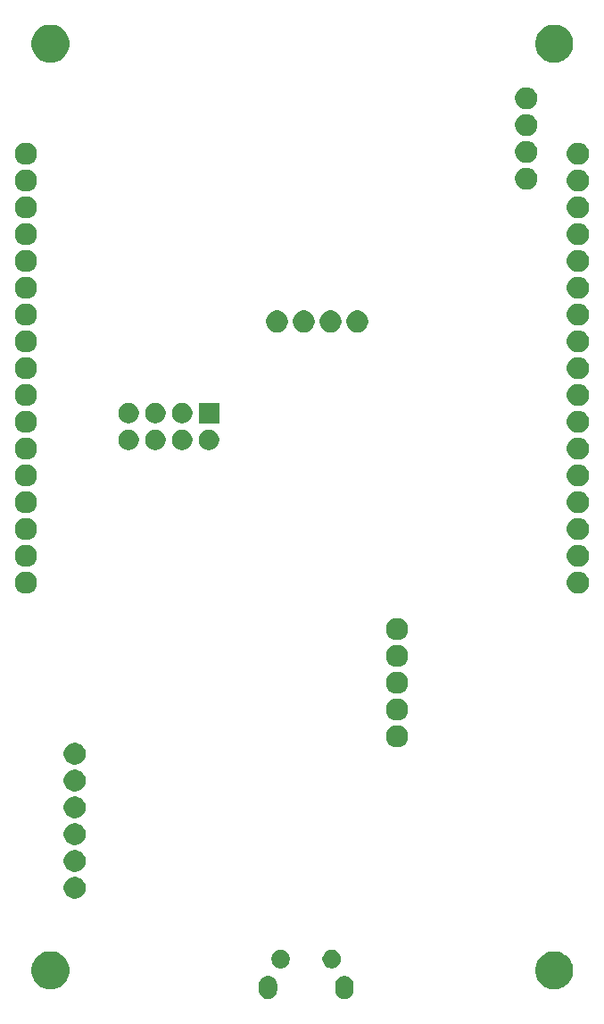
<source format=gbr>
G04 #@! TF.GenerationSoftware,KiCad,Pcbnew,6.0.0-rc1-unknown-ebb74fc~66~ubuntu18.04.1*
G04 #@! TF.CreationDate,2018-09-19T18:27:30+02:00*
G04 #@! TF.ProjectId,esp32-gateway,65737033322D676174657761792E6B69,v3*
G04 #@! TF.SameCoordinates,Original*
G04 #@! TF.FileFunction,Soldermask,Bot*
G04 #@! TF.FilePolarity,Negative*
%FSLAX46Y46*%
G04 Gerber Fmt 4.6, Leading zero omitted, Abs format (unit mm)*
G04 Created by KiCad (PCBNEW 6.0.0-rc1-unknown-ebb74fc~66~ubuntu18.04.1) date Wed Sep 19 18:27:30 2018*
%MOMM*%
%LPD*%
G01*
G04 APERTURE LIST*
%ADD10C,0.100000*%
G04 APERTURE END LIST*
D10*
G36*
X139411529Y-156942661D02*
X139533550Y-156979676D01*
X139576471Y-156992696D01*
X139728472Y-157073942D01*
X139728473Y-157073943D01*
X139728475Y-157073944D01*
X139861712Y-157183288D01*
X139971056Y-157316524D01*
X140025222Y-157417863D01*
X140052305Y-157468531D01*
X140068983Y-157523511D01*
X140102339Y-157633470D01*
X140115000Y-157762021D01*
X140115000Y-158297978D01*
X140102339Y-158426530D01*
X140064814Y-158550233D01*
X140052305Y-158591469D01*
X140025222Y-158642137D01*
X139971056Y-158743476D01*
X139861712Y-158876712D01*
X139728476Y-158986056D01*
X139627137Y-159040222D01*
X139576469Y-159067305D01*
X139521489Y-159083983D01*
X139411530Y-159117339D01*
X139240000Y-159134233D01*
X139068471Y-159117339D01*
X138958512Y-159083983D01*
X138903532Y-159067305D01*
X138852864Y-159040222D01*
X138751525Y-158986056D01*
X138618289Y-158876712D01*
X138508944Y-158743476D01*
X138444376Y-158622676D01*
X138427695Y-158591469D01*
X138411017Y-158536489D01*
X138377661Y-158426530D01*
X138365000Y-158297979D01*
X138365000Y-157762022D01*
X138377661Y-157633471D01*
X138427695Y-157468533D01*
X138427696Y-157468529D01*
X138508942Y-157316528D01*
X138508943Y-157316527D01*
X138508944Y-157316525D01*
X138618288Y-157183288D01*
X138751524Y-157073944D01*
X138852863Y-157019778D01*
X138903531Y-156992695D01*
X138958511Y-156976017D01*
X139068470Y-156942661D01*
X139240000Y-156925767D01*
X139411529Y-156942661D01*
X139411529Y-156942661D01*
G37*
G36*
X146661529Y-156942661D02*
X146783550Y-156979676D01*
X146826471Y-156992696D01*
X146978472Y-157073942D01*
X146978473Y-157073943D01*
X146978475Y-157073944D01*
X147111712Y-157183288D01*
X147221056Y-157316524D01*
X147275222Y-157417863D01*
X147302305Y-157468531D01*
X147318983Y-157523511D01*
X147352339Y-157633470D01*
X147365000Y-157762021D01*
X147365000Y-158297978D01*
X147352339Y-158426530D01*
X147314814Y-158550233D01*
X147302305Y-158591469D01*
X147275222Y-158642137D01*
X147221056Y-158743476D01*
X147111712Y-158876712D01*
X146978476Y-158986056D01*
X146877137Y-159040222D01*
X146826469Y-159067305D01*
X146771489Y-159083983D01*
X146661530Y-159117339D01*
X146490000Y-159134233D01*
X146318471Y-159117339D01*
X146208512Y-159083983D01*
X146153532Y-159067305D01*
X146102864Y-159040222D01*
X146001525Y-158986056D01*
X145868289Y-158876712D01*
X145758944Y-158743476D01*
X145694376Y-158622676D01*
X145677695Y-158591469D01*
X145661017Y-158536489D01*
X145627661Y-158426530D01*
X145615000Y-158297979D01*
X145615000Y-157762022D01*
X145627661Y-157633471D01*
X145677695Y-157468533D01*
X145677696Y-157468529D01*
X145758942Y-157316528D01*
X145758943Y-157316527D01*
X145758944Y-157316525D01*
X145868288Y-157183288D01*
X146001524Y-157073944D01*
X146102863Y-157019778D01*
X146153531Y-156992695D01*
X146208511Y-156976017D01*
X146318470Y-156942661D01*
X146490000Y-156925767D01*
X146661529Y-156942661D01*
X146661529Y-156942661D01*
G37*
G36*
X166809122Y-154646115D02*
X166925041Y-154669173D01*
X167252620Y-154804861D01*
X167448183Y-154935532D01*
X167547436Y-155001851D01*
X167798149Y-155252564D01*
X167995140Y-155547382D01*
X168034881Y-155643326D01*
X168130827Y-155874959D01*
X168200000Y-156222716D01*
X168200000Y-156577284D01*
X168130827Y-156925041D01*
X167995139Y-157252620D01*
X167952439Y-157316525D01*
X167798149Y-157547436D01*
X167547436Y-157798149D01*
X167547433Y-157798151D01*
X167252620Y-157995139D01*
X166925041Y-158130827D01*
X166809122Y-158153885D01*
X166577286Y-158200000D01*
X166222714Y-158200000D01*
X165990878Y-158153885D01*
X165874959Y-158130827D01*
X165547380Y-157995139D01*
X165252567Y-157798151D01*
X165252564Y-157798149D01*
X165001851Y-157547436D01*
X164847561Y-157316525D01*
X164804861Y-157252620D01*
X164669173Y-156925041D01*
X164600000Y-156577284D01*
X164600000Y-156222716D01*
X164669173Y-155874959D01*
X164765119Y-155643326D01*
X164804860Y-155547382D01*
X165001851Y-155252564D01*
X165252564Y-155001851D01*
X165351817Y-154935532D01*
X165547380Y-154804861D01*
X165874959Y-154669173D01*
X165990878Y-154646115D01*
X166222714Y-154600000D01*
X166577286Y-154600000D01*
X166809122Y-154646115D01*
X166809122Y-154646115D01*
G37*
G36*
X119009122Y-154646115D02*
X119125041Y-154669173D01*
X119452620Y-154804861D01*
X119648183Y-154935532D01*
X119747436Y-155001851D01*
X119998149Y-155252564D01*
X120195140Y-155547382D01*
X120234881Y-155643326D01*
X120330827Y-155874959D01*
X120400000Y-156222716D01*
X120400000Y-156577284D01*
X120330827Y-156925041D01*
X120195139Y-157252620D01*
X120152439Y-157316525D01*
X119998149Y-157547436D01*
X119747436Y-157798149D01*
X119747433Y-157798151D01*
X119452620Y-157995139D01*
X119125041Y-158130827D01*
X119009122Y-158153885D01*
X118777286Y-158200000D01*
X118422714Y-158200000D01*
X118190878Y-158153885D01*
X118074959Y-158130827D01*
X117747380Y-157995139D01*
X117452567Y-157798151D01*
X117452564Y-157798149D01*
X117201851Y-157547436D01*
X117047561Y-157316525D01*
X117004861Y-157252620D01*
X116869173Y-156925041D01*
X116800000Y-156577284D01*
X116800000Y-156222716D01*
X116869173Y-155874959D01*
X116965119Y-155643326D01*
X117004860Y-155547382D01*
X117201851Y-155252564D01*
X117452564Y-155001851D01*
X117551817Y-154935532D01*
X117747380Y-154804861D01*
X118074959Y-154669173D01*
X118190878Y-154646115D01*
X118422714Y-154600000D01*
X118777286Y-154600000D01*
X119009122Y-154646115D01*
X119009122Y-154646115D01*
G37*
G36*
X145545228Y-154508625D02*
X145704467Y-154574584D01*
X145847783Y-154670345D01*
X145969655Y-154792217D01*
X146065416Y-154935533D01*
X146131375Y-155094772D01*
X146165000Y-155263819D01*
X146165000Y-155436181D01*
X146131375Y-155605228D01*
X146065416Y-155764467D01*
X145969655Y-155907783D01*
X145847783Y-156029655D01*
X145704467Y-156125416D01*
X145545228Y-156191375D01*
X145376181Y-156225000D01*
X145203819Y-156225000D01*
X145034772Y-156191375D01*
X144875533Y-156125416D01*
X144732217Y-156029655D01*
X144610345Y-155907783D01*
X144514584Y-155764467D01*
X144448625Y-155605228D01*
X144415000Y-155436181D01*
X144415000Y-155263819D01*
X144448625Y-155094772D01*
X144514584Y-154935533D01*
X144610345Y-154792217D01*
X144732217Y-154670345D01*
X144875533Y-154574584D01*
X145034772Y-154508625D01*
X145203819Y-154475000D01*
X145376181Y-154475000D01*
X145545228Y-154508625D01*
X145545228Y-154508625D01*
G37*
G36*
X140695228Y-154508625D02*
X140854467Y-154574584D01*
X140997783Y-154670345D01*
X141119655Y-154792217D01*
X141215416Y-154935533D01*
X141281375Y-155094772D01*
X141315000Y-155263819D01*
X141315000Y-155436181D01*
X141281375Y-155605228D01*
X141215416Y-155764467D01*
X141119655Y-155907783D01*
X140997783Y-156029655D01*
X140854467Y-156125416D01*
X140695228Y-156191375D01*
X140526181Y-156225000D01*
X140353819Y-156225000D01*
X140184772Y-156191375D01*
X140025533Y-156125416D01*
X139882217Y-156029655D01*
X139760345Y-155907783D01*
X139664584Y-155764467D01*
X139598625Y-155605228D01*
X139565000Y-155436181D01*
X139565000Y-155263819D01*
X139598625Y-155094772D01*
X139664584Y-154935533D01*
X139760345Y-154792217D01*
X139882217Y-154670345D01*
X140025533Y-154574584D01*
X140184772Y-154508625D01*
X140353819Y-154475000D01*
X140526181Y-154475000D01*
X140695228Y-154508625D01*
X140695228Y-154508625D01*
G37*
G36*
X121207765Y-147588620D02*
X121397289Y-147667123D01*
X121567855Y-147781092D01*
X121712908Y-147926145D01*
X121826877Y-148096711D01*
X121905380Y-148286235D01*
X121945400Y-148487430D01*
X121945400Y-148692570D01*
X121905380Y-148893765D01*
X121826877Y-149083289D01*
X121712908Y-149253855D01*
X121567855Y-149398908D01*
X121397289Y-149512877D01*
X121207765Y-149591380D01*
X121006570Y-149631400D01*
X120801430Y-149631400D01*
X120600235Y-149591380D01*
X120410711Y-149512877D01*
X120240145Y-149398908D01*
X120095092Y-149253855D01*
X119981123Y-149083289D01*
X119902620Y-148893765D01*
X119862600Y-148692570D01*
X119862600Y-148487430D01*
X119902620Y-148286235D01*
X119981123Y-148096711D01*
X120095092Y-147926145D01*
X120240145Y-147781092D01*
X120410711Y-147667123D01*
X120600235Y-147588620D01*
X120801430Y-147548600D01*
X121006570Y-147548600D01*
X121207765Y-147588620D01*
X121207765Y-147588620D01*
G37*
G36*
X121207765Y-145048620D02*
X121397289Y-145127123D01*
X121567855Y-145241092D01*
X121712908Y-145386145D01*
X121826877Y-145556711D01*
X121905380Y-145746235D01*
X121945400Y-145947430D01*
X121945400Y-146152570D01*
X121905380Y-146353765D01*
X121826877Y-146543289D01*
X121712908Y-146713855D01*
X121567855Y-146858908D01*
X121397289Y-146972877D01*
X121207765Y-147051380D01*
X121006570Y-147091400D01*
X120801430Y-147091400D01*
X120600235Y-147051380D01*
X120410711Y-146972877D01*
X120240145Y-146858908D01*
X120095092Y-146713855D01*
X119981123Y-146543289D01*
X119902620Y-146353765D01*
X119862600Y-146152570D01*
X119862600Y-145947430D01*
X119902620Y-145746235D01*
X119981123Y-145556711D01*
X120095092Y-145386145D01*
X120240145Y-145241092D01*
X120410711Y-145127123D01*
X120600235Y-145048620D01*
X120801430Y-145008600D01*
X121006570Y-145008600D01*
X121207765Y-145048620D01*
X121207765Y-145048620D01*
G37*
G36*
X121207765Y-142508620D02*
X121397289Y-142587123D01*
X121567855Y-142701092D01*
X121712908Y-142846145D01*
X121826877Y-143016711D01*
X121905380Y-143206235D01*
X121945400Y-143407430D01*
X121945400Y-143612570D01*
X121905380Y-143813765D01*
X121826877Y-144003289D01*
X121712908Y-144173855D01*
X121567855Y-144318908D01*
X121397289Y-144432877D01*
X121207765Y-144511380D01*
X121006570Y-144551400D01*
X120801430Y-144551400D01*
X120600235Y-144511380D01*
X120410711Y-144432877D01*
X120240145Y-144318908D01*
X120095092Y-144173855D01*
X119981123Y-144003289D01*
X119902620Y-143813765D01*
X119862600Y-143612570D01*
X119862600Y-143407430D01*
X119902620Y-143206235D01*
X119981123Y-143016711D01*
X120095092Y-142846145D01*
X120240145Y-142701092D01*
X120410711Y-142587123D01*
X120600235Y-142508620D01*
X120801430Y-142468600D01*
X121006570Y-142468600D01*
X121207765Y-142508620D01*
X121207765Y-142508620D01*
G37*
G36*
X121207765Y-139968620D02*
X121397289Y-140047123D01*
X121567855Y-140161092D01*
X121712908Y-140306145D01*
X121826877Y-140476711D01*
X121905380Y-140666235D01*
X121945400Y-140867430D01*
X121945400Y-141072570D01*
X121905380Y-141273765D01*
X121826877Y-141463289D01*
X121712908Y-141633855D01*
X121567855Y-141778908D01*
X121397289Y-141892877D01*
X121207765Y-141971380D01*
X121006570Y-142011400D01*
X120801430Y-142011400D01*
X120600235Y-141971380D01*
X120410711Y-141892877D01*
X120240145Y-141778908D01*
X120095092Y-141633855D01*
X119981123Y-141463289D01*
X119902620Y-141273765D01*
X119862600Y-141072570D01*
X119862600Y-140867430D01*
X119902620Y-140666235D01*
X119981123Y-140476711D01*
X120095092Y-140306145D01*
X120240145Y-140161092D01*
X120410711Y-140047123D01*
X120600235Y-139968620D01*
X120801430Y-139928600D01*
X121006570Y-139928600D01*
X121207765Y-139968620D01*
X121207765Y-139968620D01*
G37*
G36*
X121207765Y-137428620D02*
X121397289Y-137507123D01*
X121567855Y-137621092D01*
X121712908Y-137766145D01*
X121826877Y-137936711D01*
X121905380Y-138126235D01*
X121945400Y-138327430D01*
X121945400Y-138532570D01*
X121905380Y-138733765D01*
X121826877Y-138923289D01*
X121712908Y-139093855D01*
X121567855Y-139238908D01*
X121397289Y-139352877D01*
X121207765Y-139431380D01*
X121006570Y-139471400D01*
X120801430Y-139471400D01*
X120600235Y-139431380D01*
X120410711Y-139352877D01*
X120240145Y-139238908D01*
X120095092Y-139093855D01*
X119981123Y-138923289D01*
X119902620Y-138733765D01*
X119862600Y-138532570D01*
X119862600Y-138327430D01*
X119902620Y-138126235D01*
X119981123Y-137936711D01*
X120095092Y-137766145D01*
X120240145Y-137621092D01*
X120410711Y-137507123D01*
X120600235Y-137428620D01*
X120801430Y-137388600D01*
X121006570Y-137388600D01*
X121207765Y-137428620D01*
X121207765Y-137428620D01*
G37*
G36*
X121207765Y-134888620D02*
X121397289Y-134967123D01*
X121567855Y-135081092D01*
X121712908Y-135226145D01*
X121826877Y-135396711D01*
X121905380Y-135586235D01*
X121945400Y-135787430D01*
X121945400Y-135992570D01*
X121905380Y-136193765D01*
X121826877Y-136383289D01*
X121712908Y-136553855D01*
X121567855Y-136698908D01*
X121397289Y-136812877D01*
X121207765Y-136891380D01*
X121006570Y-136931400D01*
X120801430Y-136931400D01*
X120600235Y-136891380D01*
X120410711Y-136812877D01*
X120240145Y-136698908D01*
X120095092Y-136553855D01*
X119981123Y-136383289D01*
X119902620Y-136193765D01*
X119862600Y-135992570D01*
X119862600Y-135787430D01*
X119902620Y-135586235D01*
X119981123Y-135396711D01*
X120095092Y-135226145D01*
X120240145Y-135081092D01*
X120410711Y-134967123D01*
X120600235Y-134888620D01*
X120801430Y-134848600D01*
X121006570Y-134848600D01*
X121207765Y-134888620D01*
X121207765Y-134888620D01*
G37*
G36*
X151793765Y-133228620D02*
X151983289Y-133307123D01*
X152153855Y-133421092D01*
X152298908Y-133566145D01*
X152412877Y-133736711D01*
X152491380Y-133926235D01*
X152531400Y-134127430D01*
X152531400Y-134332570D01*
X152491380Y-134533765D01*
X152412877Y-134723289D01*
X152298908Y-134893855D01*
X152153855Y-135038908D01*
X151983289Y-135152877D01*
X151793765Y-135231380D01*
X151592570Y-135271400D01*
X151387430Y-135271400D01*
X151186235Y-135231380D01*
X150996711Y-135152877D01*
X150826145Y-135038908D01*
X150681092Y-134893855D01*
X150567123Y-134723289D01*
X150488620Y-134533765D01*
X150448600Y-134332570D01*
X150448600Y-134127430D01*
X150488620Y-133926235D01*
X150567123Y-133736711D01*
X150681092Y-133566145D01*
X150826145Y-133421092D01*
X150996711Y-133307123D01*
X151186235Y-133228620D01*
X151387430Y-133188600D01*
X151592570Y-133188600D01*
X151793765Y-133228620D01*
X151793765Y-133228620D01*
G37*
G36*
X151793765Y-130688620D02*
X151983289Y-130767123D01*
X152153855Y-130881092D01*
X152298908Y-131026145D01*
X152412877Y-131196711D01*
X152491380Y-131386235D01*
X152531400Y-131587430D01*
X152531400Y-131792570D01*
X152491380Y-131993765D01*
X152412877Y-132183289D01*
X152298908Y-132353855D01*
X152153855Y-132498908D01*
X151983289Y-132612877D01*
X151793765Y-132691380D01*
X151592570Y-132731400D01*
X151387430Y-132731400D01*
X151186235Y-132691380D01*
X150996711Y-132612877D01*
X150826145Y-132498908D01*
X150681092Y-132353855D01*
X150567123Y-132183289D01*
X150488620Y-131993765D01*
X150448600Y-131792570D01*
X150448600Y-131587430D01*
X150488620Y-131386235D01*
X150567123Y-131196711D01*
X150681092Y-131026145D01*
X150826145Y-130881092D01*
X150996711Y-130767123D01*
X151186235Y-130688620D01*
X151387430Y-130648600D01*
X151592570Y-130648600D01*
X151793765Y-130688620D01*
X151793765Y-130688620D01*
G37*
G36*
X151793765Y-128148620D02*
X151983289Y-128227123D01*
X152153855Y-128341092D01*
X152298908Y-128486145D01*
X152412877Y-128656711D01*
X152491380Y-128846235D01*
X152531400Y-129047430D01*
X152531400Y-129252570D01*
X152491380Y-129453765D01*
X152412877Y-129643289D01*
X152298908Y-129813855D01*
X152153855Y-129958908D01*
X151983289Y-130072877D01*
X151793765Y-130151380D01*
X151592570Y-130191400D01*
X151387430Y-130191400D01*
X151186235Y-130151380D01*
X150996711Y-130072877D01*
X150826145Y-129958908D01*
X150681092Y-129813855D01*
X150567123Y-129643289D01*
X150488620Y-129453765D01*
X150448600Y-129252570D01*
X150448600Y-129047430D01*
X150488620Y-128846235D01*
X150567123Y-128656711D01*
X150681092Y-128486145D01*
X150826145Y-128341092D01*
X150996711Y-128227123D01*
X151186235Y-128148620D01*
X151387430Y-128108600D01*
X151592570Y-128108600D01*
X151793765Y-128148620D01*
X151793765Y-128148620D01*
G37*
G36*
X151793765Y-125608620D02*
X151983289Y-125687123D01*
X152153855Y-125801092D01*
X152298908Y-125946145D01*
X152412877Y-126116711D01*
X152491380Y-126306235D01*
X152531400Y-126507430D01*
X152531400Y-126712570D01*
X152491380Y-126913765D01*
X152412877Y-127103289D01*
X152298908Y-127273855D01*
X152153855Y-127418908D01*
X151983289Y-127532877D01*
X151793765Y-127611380D01*
X151592570Y-127651400D01*
X151387430Y-127651400D01*
X151186235Y-127611380D01*
X150996711Y-127532877D01*
X150826145Y-127418908D01*
X150681092Y-127273855D01*
X150567123Y-127103289D01*
X150488620Y-126913765D01*
X150448600Y-126712570D01*
X150448600Y-126507430D01*
X150488620Y-126306235D01*
X150567123Y-126116711D01*
X150681092Y-125946145D01*
X150826145Y-125801092D01*
X150996711Y-125687123D01*
X151186235Y-125608620D01*
X151387430Y-125568600D01*
X151592570Y-125568600D01*
X151793765Y-125608620D01*
X151793765Y-125608620D01*
G37*
G36*
X151793765Y-123068620D02*
X151983289Y-123147123D01*
X152153855Y-123261092D01*
X152298908Y-123406145D01*
X152412877Y-123576711D01*
X152491380Y-123766235D01*
X152531400Y-123967430D01*
X152531400Y-124172570D01*
X152491380Y-124373765D01*
X152412877Y-124563289D01*
X152298908Y-124733855D01*
X152153855Y-124878908D01*
X151983289Y-124992877D01*
X151793765Y-125071380D01*
X151592570Y-125111400D01*
X151387430Y-125111400D01*
X151186235Y-125071380D01*
X150996711Y-124992877D01*
X150826145Y-124878908D01*
X150681092Y-124733855D01*
X150567123Y-124563289D01*
X150488620Y-124373765D01*
X150448600Y-124172570D01*
X150448600Y-123967430D01*
X150488620Y-123766235D01*
X150567123Y-123576711D01*
X150681092Y-123406145D01*
X150826145Y-123261092D01*
X150996711Y-123147123D01*
X151186235Y-123068620D01*
X151387430Y-123028600D01*
X151592570Y-123028600D01*
X151793765Y-123068620D01*
X151793765Y-123068620D01*
G37*
G36*
X116573765Y-118668620D02*
X116763289Y-118747123D01*
X116933855Y-118861092D01*
X117078908Y-119006145D01*
X117192877Y-119176711D01*
X117271380Y-119366235D01*
X117311400Y-119567430D01*
X117311400Y-119772570D01*
X117271380Y-119973765D01*
X117192877Y-120163289D01*
X117078908Y-120333855D01*
X116933855Y-120478908D01*
X116763289Y-120592877D01*
X116573765Y-120671380D01*
X116372570Y-120711400D01*
X116167430Y-120711400D01*
X115966235Y-120671380D01*
X115776711Y-120592877D01*
X115606145Y-120478908D01*
X115461092Y-120333855D01*
X115347123Y-120163289D01*
X115268620Y-119973765D01*
X115228600Y-119772570D01*
X115228600Y-119567430D01*
X115268620Y-119366235D01*
X115347123Y-119176711D01*
X115461092Y-119006145D01*
X115606145Y-118861092D01*
X115776711Y-118747123D01*
X115966235Y-118668620D01*
X116167430Y-118628600D01*
X116372570Y-118628600D01*
X116573765Y-118668620D01*
X116573765Y-118668620D01*
G37*
G36*
X168959765Y-118662620D02*
X169149289Y-118741123D01*
X169319855Y-118855092D01*
X169464908Y-119000145D01*
X169578877Y-119170711D01*
X169657380Y-119360235D01*
X169697400Y-119561430D01*
X169697400Y-119766570D01*
X169657380Y-119967765D01*
X169578877Y-120157289D01*
X169464908Y-120327855D01*
X169319855Y-120472908D01*
X169149289Y-120586877D01*
X168959765Y-120665380D01*
X168758570Y-120705400D01*
X168553430Y-120705400D01*
X168352235Y-120665380D01*
X168162711Y-120586877D01*
X167992145Y-120472908D01*
X167847092Y-120327855D01*
X167733123Y-120157289D01*
X167654620Y-119967765D01*
X167614600Y-119766570D01*
X167614600Y-119561430D01*
X167654620Y-119360235D01*
X167733123Y-119170711D01*
X167847092Y-119000145D01*
X167992145Y-118855092D01*
X168162711Y-118741123D01*
X168352235Y-118662620D01*
X168553430Y-118622600D01*
X168758570Y-118622600D01*
X168959765Y-118662620D01*
X168959765Y-118662620D01*
G37*
G36*
X116573765Y-116128620D02*
X116763289Y-116207123D01*
X116933855Y-116321092D01*
X117078908Y-116466145D01*
X117192877Y-116636711D01*
X117271380Y-116826235D01*
X117311400Y-117027430D01*
X117311400Y-117232570D01*
X117271380Y-117433765D01*
X117192877Y-117623289D01*
X117078908Y-117793855D01*
X116933855Y-117938908D01*
X116763289Y-118052877D01*
X116573765Y-118131380D01*
X116372570Y-118171400D01*
X116167430Y-118171400D01*
X115966235Y-118131380D01*
X115776711Y-118052877D01*
X115606145Y-117938908D01*
X115461092Y-117793855D01*
X115347123Y-117623289D01*
X115268620Y-117433765D01*
X115228600Y-117232570D01*
X115228600Y-117027430D01*
X115268620Y-116826235D01*
X115347123Y-116636711D01*
X115461092Y-116466145D01*
X115606145Y-116321092D01*
X115776711Y-116207123D01*
X115966235Y-116128620D01*
X116167430Y-116088600D01*
X116372570Y-116088600D01*
X116573765Y-116128620D01*
X116573765Y-116128620D01*
G37*
G36*
X168959765Y-116122620D02*
X169149289Y-116201123D01*
X169319855Y-116315092D01*
X169464908Y-116460145D01*
X169578877Y-116630711D01*
X169657380Y-116820235D01*
X169697400Y-117021430D01*
X169697400Y-117226570D01*
X169657380Y-117427765D01*
X169578877Y-117617289D01*
X169464908Y-117787855D01*
X169319855Y-117932908D01*
X169149289Y-118046877D01*
X168959765Y-118125380D01*
X168758570Y-118165400D01*
X168553430Y-118165400D01*
X168352235Y-118125380D01*
X168162711Y-118046877D01*
X167992145Y-117932908D01*
X167847092Y-117787855D01*
X167733123Y-117617289D01*
X167654620Y-117427765D01*
X167614600Y-117226570D01*
X167614600Y-117021430D01*
X167654620Y-116820235D01*
X167733123Y-116630711D01*
X167847092Y-116460145D01*
X167992145Y-116315092D01*
X168162711Y-116201123D01*
X168352235Y-116122620D01*
X168553430Y-116082600D01*
X168758570Y-116082600D01*
X168959765Y-116122620D01*
X168959765Y-116122620D01*
G37*
G36*
X116573765Y-113588620D02*
X116763289Y-113667123D01*
X116933855Y-113781092D01*
X117078908Y-113926145D01*
X117192877Y-114096711D01*
X117271380Y-114286235D01*
X117311400Y-114487430D01*
X117311400Y-114692570D01*
X117271380Y-114893765D01*
X117192877Y-115083289D01*
X117078908Y-115253855D01*
X116933855Y-115398908D01*
X116763289Y-115512877D01*
X116573765Y-115591380D01*
X116372570Y-115631400D01*
X116167430Y-115631400D01*
X115966235Y-115591380D01*
X115776711Y-115512877D01*
X115606145Y-115398908D01*
X115461092Y-115253855D01*
X115347123Y-115083289D01*
X115268620Y-114893765D01*
X115228600Y-114692570D01*
X115228600Y-114487430D01*
X115268620Y-114286235D01*
X115347123Y-114096711D01*
X115461092Y-113926145D01*
X115606145Y-113781092D01*
X115776711Y-113667123D01*
X115966235Y-113588620D01*
X116167430Y-113548600D01*
X116372570Y-113548600D01*
X116573765Y-113588620D01*
X116573765Y-113588620D01*
G37*
G36*
X168959765Y-113582620D02*
X169149289Y-113661123D01*
X169319855Y-113775092D01*
X169464908Y-113920145D01*
X169578877Y-114090711D01*
X169657380Y-114280235D01*
X169697400Y-114481430D01*
X169697400Y-114686570D01*
X169657380Y-114887765D01*
X169578877Y-115077289D01*
X169464908Y-115247855D01*
X169319855Y-115392908D01*
X169149289Y-115506877D01*
X168959765Y-115585380D01*
X168758570Y-115625400D01*
X168553430Y-115625400D01*
X168352235Y-115585380D01*
X168162711Y-115506877D01*
X167992145Y-115392908D01*
X167847092Y-115247855D01*
X167733123Y-115077289D01*
X167654620Y-114887765D01*
X167614600Y-114686570D01*
X167614600Y-114481430D01*
X167654620Y-114280235D01*
X167733123Y-114090711D01*
X167847092Y-113920145D01*
X167992145Y-113775092D01*
X168162711Y-113661123D01*
X168352235Y-113582620D01*
X168553430Y-113542600D01*
X168758570Y-113542600D01*
X168959765Y-113582620D01*
X168959765Y-113582620D01*
G37*
G36*
X116573765Y-111048620D02*
X116763289Y-111127123D01*
X116933855Y-111241092D01*
X117078908Y-111386145D01*
X117192877Y-111556711D01*
X117271380Y-111746235D01*
X117311400Y-111947430D01*
X117311400Y-112152570D01*
X117271380Y-112353765D01*
X117192877Y-112543289D01*
X117078908Y-112713855D01*
X116933855Y-112858908D01*
X116763289Y-112972877D01*
X116573765Y-113051380D01*
X116372570Y-113091400D01*
X116167430Y-113091400D01*
X115966235Y-113051380D01*
X115776711Y-112972877D01*
X115606145Y-112858908D01*
X115461092Y-112713855D01*
X115347123Y-112543289D01*
X115268620Y-112353765D01*
X115228600Y-112152570D01*
X115228600Y-111947430D01*
X115268620Y-111746235D01*
X115347123Y-111556711D01*
X115461092Y-111386145D01*
X115606145Y-111241092D01*
X115776711Y-111127123D01*
X115966235Y-111048620D01*
X116167430Y-111008600D01*
X116372570Y-111008600D01*
X116573765Y-111048620D01*
X116573765Y-111048620D01*
G37*
G36*
X168959765Y-111042620D02*
X169149289Y-111121123D01*
X169319855Y-111235092D01*
X169464908Y-111380145D01*
X169578877Y-111550711D01*
X169657380Y-111740235D01*
X169697400Y-111941430D01*
X169697400Y-112146570D01*
X169657380Y-112347765D01*
X169578877Y-112537289D01*
X169464908Y-112707855D01*
X169319855Y-112852908D01*
X169149289Y-112966877D01*
X168959765Y-113045380D01*
X168758570Y-113085400D01*
X168553430Y-113085400D01*
X168352235Y-113045380D01*
X168162711Y-112966877D01*
X167992145Y-112852908D01*
X167847092Y-112707855D01*
X167733123Y-112537289D01*
X167654620Y-112347765D01*
X167614600Y-112146570D01*
X167614600Y-111941430D01*
X167654620Y-111740235D01*
X167733123Y-111550711D01*
X167847092Y-111380145D01*
X167992145Y-111235092D01*
X168162711Y-111121123D01*
X168352235Y-111042620D01*
X168553430Y-111002600D01*
X168758570Y-111002600D01*
X168959765Y-111042620D01*
X168959765Y-111042620D01*
G37*
G36*
X116573765Y-108508620D02*
X116763289Y-108587123D01*
X116933855Y-108701092D01*
X117078908Y-108846145D01*
X117192877Y-109016711D01*
X117271380Y-109206235D01*
X117311400Y-109407430D01*
X117311400Y-109612570D01*
X117271380Y-109813765D01*
X117192877Y-110003289D01*
X117078908Y-110173855D01*
X116933855Y-110318908D01*
X116763289Y-110432877D01*
X116573765Y-110511380D01*
X116372570Y-110551400D01*
X116167430Y-110551400D01*
X115966235Y-110511380D01*
X115776711Y-110432877D01*
X115606145Y-110318908D01*
X115461092Y-110173855D01*
X115347123Y-110003289D01*
X115268620Y-109813765D01*
X115228600Y-109612570D01*
X115228600Y-109407430D01*
X115268620Y-109206235D01*
X115347123Y-109016711D01*
X115461092Y-108846145D01*
X115606145Y-108701092D01*
X115776711Y-108587123D01*
X115966235Y-108508620D01*
X116167430Y-108468600D01*
X116372570Y-108468600D01*
X116573765Y-108508620D01*
X116573765Y-108508620D01*
G37*
G36*
X168959765Y-108502620D02*
X169149289Y-108581123D01*
X169319855Y-108695092D01*
X169464908Y-108840145D01*
X169578877Y-109010711D01*
X169657380Y-109200235D01*
X169697400Y-109401430D01*
X169697400Y-109606570D01*
X169657380Y-109807765D01*
X169578877Y-109997289D01*
X169464908Y-110167855D01*
X169319855Y-110312908D01*
X169149289Y-110426877D01*
X168959765Y-110505380D01*
X168758570Y-110545400D01*
X168553430Y-110545400D01*
X168352235Y-110505380D01*
X168162711Y-110426877D01*
X167992145Y-110312908D01*
X167847092Y-110167855D01*
X167733123Y-109997289D01*
X167654620Y-109807765D01*
X167614600Y-109606570D01*
X167614600Y-109401430D01*
X167654620Y-109200235D01*
X167733123Y-109010711D01*
X167847092Y-108840145D01*
X167992145Y-108695092D01*
X168162711Y-108581123D01*
X168352235Y-108502620D01*
X168553430Y-108462600D01*
X168758570Y-108462600D01*
X168959765Y-108502620D01*
X168959765Y-108502620D01*
G37*
G36*
X116573765Y-105968620D02*
X116763289Y-106047123D01*
X116933855Y-106161092D01*
X117078908Y-106306145D01*
X117192877Y-106476711D01*
X117271380Y-106666235D01*
X117311400Y-106867430D01*
X117311400Y-107072570D01*
X117271380Y-107273765D01*
X117192877Y-107463289D01*
X117078908Y-107633855D01*
X116933855Y-107778908D01*
X116763289Y-107892877D01*
X116573765Y-107971380D01*
X116372570Y-108011400D01*
X116167430Y-108011400D01*
X115966235Y-107971380D01*
X115776711Y-107892877D01*
X115606145Y-107778908D01*
X115461092Y-107633855D01*
X115347123Y-107463289D01*
X115268620Y-107273765D01*
X115228600Y-107072570D01*
X115228600Y-106867430D01*
X115268620Y-106666235D01*
X115347123Y-106476711D01*
X115461092Y-106306145D01*
X115606145Y-106161092D01*
X115776711Y-106047123D01*
X115966235Y-105968620D01*
X116167430Y-105928600D01*
X116372570Y-105928600D01*
X116573765Y-105968620D01*
X116573765Y-105968620D01*
G37*
G36*
X168959765Y-105962620D02*
X169149289Y-106041123D01*
X169319855Y-106155092D01*
X169464908Y-106300145D01*
X169578877Y-106470711D01*
X169657380Y-106660235D01*
X169697400Y-106861430D01*
X169697400Y-107066570D01*
X169657380Y-107267765D01*
X169578877Y-107457289D01*
X169464908Y-107627855D01*
X169319855Y-107772908D01*
X169149289Y-107886877D01*
X168959765Y-107965380D01*
X168758570Y-108005400D01*
X168553430Y-108005400D01*
X168352235Y-107965380D01*
X168162711Y-107886877D01*
X167992145Y-107772908D01*
X167847092Y-107627855D01*
X167733123Y-107457289D01*
X167654620Y-107267765D01*
X167614600Y-107066570D01*
X167614600Y-106861430D01*
X167654620Y-106660235D01*
X167733123Y-106470711D01*
X167847092Y-106300145D01*
X167992145Y-106155092D01*
X168162711Y-106041123D01*
X168352235Y-105962620D01*
X168553430Y-105922600D01*
X168758570Y-105922600D01*
X168959765Y-105962620D01*
X168959765Y-105962620D01*
G37*
G36*
X133920603Y-105224968D02*
X133920606Y-105224969D01*
X133920605Y-105224969D01*
X134095678Y-105297486D01*
X134095679Y-105297487D01*
X134253241Y-105402767D01*
X134387233Y-105536759D01*
X134387234Y-105536761D01*
X134492514Y-105694322D01*
X134548603Y-105829734D01*
X134565032Y-105869397D01*
X134602000Y-106055250D01*
X134602000Y-106244750D01*
X134565032Y-106430603D01*
X134565031Y-106430605D01*
X134492514Y-106605678D01*
X134492513Y-106605679D01*
X134387233Y-106763241D01*
X134253241Y-106897233D01*
X134173923Y-106950232D01*
X134095678Y-107002514D01*
X133960266Y-107058603D01*
X133920603Y-107075032D01*
X133734750Y-107112000D01*
X133545250Y-107112000D01*
X133359397Y-107075032D01*
X133319734Y-107058603D01*
X133184322Y-107002514D01*
X133106077Y-106950232D01*
X133026759Y-106897233D01*
X132892767Y-106763241D01*
X132787487Y-106605679D01*
X132787486Y-106605678D01*
X132714969Y-106430605D01*
X132714968Y-106430603D01*
X132678000Y-106244750D01*
X132678000Y-106055250D01*
X132714968Y-105869397D01*
X132731397Y-105829734D01*
X132787486Y-105694322D01*
X132892766Y-105536761D01*
X132892767Y-105536759D01*
X133026759Y-105402767D01*
X133184321Y-105297487D01*
X133184322Y-105297486D01*
X133359395Y-105224969D01*
X133359394Y-105224969D01*
X133359397Y-105224968D01*
X133545250Y-105188000D01*
X133734750Y-105188000D01*
X133920603Y-105224968D01*
X133920603Y-105224968D01*
G37*
G36*
X131380603Y-105224968D02*
X131380606Y-105224969D01*
X131380605Y-105224969D01*
X131555678Y-105297486D01*
X131555679Y-105297487D01*
X131713241Y-105402767D01*
X131847233Y-105536759D01*
X131847234Y-105536761D01*
X131952514Y-105694322D01*
X132008603Y-105829734D01*
X132025032Y-105869397D01*
X132062000Y-106055250D01*
X132062000Y-106244750D01*
X132025032Y-106430603D01*
X132025031Y-106430605D01*
X131952514Y-106605678D01*
X131952513Y-106605679D01*
X131847233Y-106763241D01*
X131713241Y-106897233D01*
X131633923Y-106950232D01*
X131555678Y-107002514D01*
X131420266Y-107058603D01*
X131380603Y-107075032D01*
X131194750Y-107112000D01*
X131005250Y-107112000D01*
X130819397Y-107075032D01*
X130779734Y-107058603D01*
X130644322Y-107002514D01*
X130566077Y-106950232D01*
X130486759Y-106897233D01*
X130352767Y-106763241D01*
X130247487Y-106605679D01*
X130247486Y-106605678D01*
X130174969Y-106430605D01*
X130174968Y-106430603D01*
X130138000Y-106244750D01*
X130138000Y-106055250D01*
X130174968Y-105869397D01*
X130191397Y-105829734D01*
X130247486Y-105694322D01*
X130352766Y-105536761D01*
X130352767Y-105536759D01*
X130486759Y-105402767D01*
X130644321Y-105297487D01*
X130644322Y-105297486D01*
X130819395Y-105224969D01*
X130819394Y-105224969D01*
X130819397Y-105224968D01*
X131005250Y-105188000D01*
X131194750Y-105188000D01*
X131380603Y-105224968D01*
X131380603Y-105224968D01*
G37*
G36*
X128840603Y-105224968D02*
X128840606Y-105224969D01*
X128840605Y-105224969D01*
X129015678Y-105297486D01*
X129015679Y-105297487D01*
X129173241Y-105402767D01*
X129307233Y-105536759D01*
X129307234Y-105536761D01*
X129412514Y-105694322D01*
X129468603Y-105829734D01*
X129485032Y-105869397D01*
X129522000Y-106055250D01*
X129522000Y-106244750D01*
X129485032Y-106430603D01*
X129485031Y-106430605D01*
X129412514Y-106605678D01*
X129412513Y-106605679D01*
X129307233Y-106763241D01*
X129173241Y-106897233D01*
X129093923Y-106950232D01*
X129015678Y-107002514D01*
X128880266Y-107058603D01*
X128840603Y-107075032D01*
X128654750Y-107112000D01*
X128465250Y-107112000D01*
X128279397Y-107075032D01*
X128239734Y-107058603D01*
X128104322Y-107002514D01*
X128026077Y-106950232D01*
X127946759Y-106897233D01*
X127812767Y-106763241D01*
X127707487Y-106605679D01*
X127707486Y-106605678D01*
X127634969Y-106430605D01*
X127634968Y-106430603D01*
X127598000Y-106244750D01*
X127598000Y-106055250D01*
X127634968Y-105869397D01*
X127651397Y-105829734D01*
X127707486Y-105694322D01*
X127812766Y-105536761D01*
X127812767Y-105536759D01*
X127946759Y-105402767D01*
X128104321Y-105297487D01*
X128104322Y-105297486D01*
X128279395Y-105224969D01*
X128279394Y-105224969D01*
X128279397Y-105224968D01*
X128465250Y-105188000D01*
X128654750Y-105188000D01*
X128840603Y-105224968D01*
X128840603Y-105224968D01*
G37*
G36*
X126300603Y-105224968D02*
X126300606Y-105224969D01*
X126300605Y-105224969D01*
X126475678Y-105297486D01*
X126475679Y-105297487D01*
X126633241Y-105402767D01*
X126767233Y-105536759D01*
X126767234Y-105536761D01*
X126872514Y-105694322D01*
X126928603Y-105829734D01*
X126945032Y-105869397D01*
X126982000Y-106055250D01*
X126982000Y-106244750D01*
X126945032Y-106430603D01*
X126945031Y-106430605D01*
X126872514Y-106605678D01*
X126872513Y-106605679D01*
X126767233Y-106763241D01*
X126633241Y-106897233D01*
X126553923Y-106950232D01*
X126475678Y-107002514D01*
X126340266Y-107058603D01*
X126300603Y-107075032D01*
X126114750Y-107112000D01*
X125925250Y-107112000D01*
X125739397Y-107075032D01*
X125699734Y-107058603D01*
X125564322Y-107002514D01*
X125486077Y-106950232D01*
X125406759Y-106897233D01*
X125272767Y-106763241D01*
X125167487Y-106605679D01*
X125167486Y-106605678D01*
X125094969Y-106430605D01*
X125094968Y-106430603D01*
X125058000Y-106244750D01*
X125058000Y-106055250D01*
X125094968Y-105869397D01*
X125111397Y-105829734D01*
X125167486Y-105694322D01*
X125272766Y-105536761D01*
X125272767Y-105536759D01*
X125406759Y-105402767D01*
X125564321Y-105297487D01*
X125564322Y-105297486D01*
X125739395Y-105224969D01*
X125739394Y-105224969D01*
X125739397Y-105224968D01*
X125925250Y-105188000D01*
X126114750Y-105188000D01*
X126300603Y-105224968D01*
X126300603Y-105224968D01*
G37*
G36*
X116573765Y-103428620D02*
X116763289Y-103507123D01*
X116933855Y-103621092D01*
X117078908Y-103766145D01*
X117192877Y-103936711D01*
X117271380Y-104126235D01*
X117311400Y-104327430D01*
X117311400Y-104532570D01*
X117271380Y-104733765D01*
X117192877Y-104923289D01*
X117078908Y-105093855D01*
X116933855Y-105238908D01*
X116763289Y-105352877D01*
X116573765Y-105431380D01*
X116372570Y-105471400D01*
X116167430Y-105471400D01*
X115966235Y-105431380D01*
X115776711Y-105352877D01*
X115606145Y-105238908D01*
X115461092Y-105093855D01*
X115347123Y-104923289D01*
X115268620Y-104733765D01*
X115228600Y-104532570D01*
X115228600Y-104327430D01*
X115268620Y-104126235D01*
X115347123Y-103936711D01*
X115461092Y-103766145D01*
X115606145Y-103621092D01*
X115776711Y-103507123D01*
X115966235Y-103428620D01*
X116167430Y-103388600D01*
X116372570Y-103388600D01*
X116573765Y-103428620D01*
X116573765Y-103428620D01*
G37*
G36*
X168959765Y-103422620D02*
X169149289Y-103501123D01*
X169319855Y-103615092D01*
X169464908Y-103760145D01*
X169578877Y-103930711D01*
X169657380Y-104120235D01*
X169697400Y-104321430D01*
X169697400Y-104526570D01*
X169657380Y-104727765D01*
X169578877Y-104917289D01*
X169464908Y-105087855D01*
X169319855Y-105232908D01*
X169149289Y-105346877D01*
X168959765Y-105425380D01*
X168758570Y-105465400D01*
X168553430Y-105465400D01*
X168352235Y-105425380D01*
X168162711Y-105346877D01*
X167992145Y-105232908D01*
X167847092Y-105087855D01*
X167733123Y-104917289D01*
X167654620Y-104727765D01*
X167614600Y-104526570D01*
X167614600Y-104321430D01*
X167654620Y-104120235D01*
X167733123Y-103930711D01*
X167847092Y-103760145D01*
X167992145Y-103615092D01*
X168162711Y-103501123D01*
X168352235Y-103422620D01*
X168553430Y-103382600D01*
X168758570Y-103382600D01*
X168959765Y-103422620D01*
X168959765Y-103422620D01*
G37*
G36*
X126300603Y-102684968D02*
X126300606Y-102684969D01*
X126300605Y-102684969D01*
X126475678Y-102757486D01*
X126475679Y-102757487D01*
X126633241Y-102862767D01*
X126767233Y-102996759D01*
X126767234Y-102996761D01*
X126872514Y-103154322D01*
X126928603Y-103289734D01*
X126945032Y-103329397D01*
X126982000Y-103515250D01*
X126982000Y-103704750D01*
X126945032Y-103890603D01*
X126945031Y-103890605D01*
X126872514Y-104065678D01*
X126872513Y-104065679D01*
X126767233Y-104223241D01*
X126633241Y-104357233D01*
X126553923Y-104410232D01*
X126475678Y-104462514D01*
X126340266Y-104518603D01*
X126300603Y-104535032D01*
X126114750Y-104572000D01*
X125925250Y-104572000D01*
X125739397Y-104535032D01*
X125699734Y-104518603D01*
X125564322Y-104462514D01*
X125486077Y-104410232D01*
X125406759Y-104357233D01*
X125272767Y-104223241D01*
X125167487Y-104065679D01*
X125167486Y-104065678D01*
X125094969Y-103890605D01*
X125094968Y-103890603D01*
X125058000Y-103704750D01*
X125058000Y-103515250D01*
X125094968Y-103329397D01*
X125111397Y-103289734D01*
X125167486Y-103154322D01*
X125272766Y-102996761D01*
X125272767Y-102996759D01*
X125406759Y-102862767D01*
X125564321Y-102757487D01*
X125564322Y-102757486D01*
X125739395Y-102684969D01*
X125739394Y-102684969D01*
X125739397Y-102684968D01*
X125925250Y-102648000D01*
X126114750Y-102648000D01*
X126300603Y-102684968D01*
X126300603Y-102684968D01*
G37*
G36*
X134602000Y-104572000D02*
X132678000Y-104572000D01*
X132678000Y-102648000D01*
X134602000Y-102648000D01*
X134602000Y-104572000D01*
X134602000Y-104572000D01*
G37*
G36*
X128840603Y-102684968D02*
X128840606Y-102684969D01*
X128840605Y-102684969D01*
X129015678Y-102757486D01*
X129015679Y-102757487D01*
X129173241Y-102862767D01*
X129307233Y-102996759D01*
X129307234Y-102996761D01*
X129412514Y-103154322D01*
X129468603Y-103289734D01*
X129485032Y-103329397D01*
X129522000Y-103515250D01*
X129522000Y-103704750D01*
X129485032Y-103890603D01*
X129485031Y-103890605D01*
X129412514Y-104065678D01*
X129412513Y-104065679D01*
X129307233Y-104223241D01*
X129173241Y-104357233D01*
X129093923Y-104410232D01*
X129015678Y-104462514D01*
X128880266Y-104518603D01*
X128840603Y-104535032D01*
X128654750Y-104572000D01*
X128465250Y-104572000D01*
X128279397Y-104535032D01*
X128239734Y-104518603D01*
X128104322Y-104462514D01*
X128026077Y-104410232D01*
X127946759Y-104357233D01*
X127812767Y-104223241D01*
X127707487Y-104065679D01*
X127707486Y-104065678D01*
X127634969Y-103890605D01*
X127634968Y-103890603D01*
X127598000Y-103704750D01*
X127598000Y-103515250D01*
X127634968Y-103329397D01*
X127651397Y-103289734D01*
X127707486Y-103154322D01*
X127812766Y-102996761D01*
X127812767Y-102996759D01*
X127946759Y-102862767D01*
X128104321Y-102757487D01*
X128104322Y-102757486D01*
X128279395Y-102684969D01*
X128279394Y-102684969D01*
X128279397Y-102684968D01*
X128465250Y-102648000D01*
X128654750Y-102648000D01*
X128840603Y-102684968D01*
X128840603Y-102684968D01*
G37*
G36*
X131380603Y-102684968D02*
X131380606Y-102684969D01*
X131380605Y-102684969D01*
X131555678Y-102757486D01*
X131555679Y-102757487D01*
X131713241Y-102862767D01*
X131847233Y-102996759D01*
X131847234Y-102996761D01*
X131952514Y-103154322D01*
X132008603Y-103289734D01*
X132025032Y-103329397D01*
X132062000Y-103515250D01*
X132062000Y-103704750D01*
X132025032Y-103890603D01*
X132025031Y-103890605D01*
X131952514Y-104065678D01*
X131952513Y-104065679D01*
X131847233Y-104223241D01*
X131713241Y-104357233D01*
X131633923Y-104410232D01*
X131555678Y-104462514D01*
X131420266Y-104518603D01*
X131380603Y-104535032D01*
X131194750Y-104572000D01*
X131005250Y-104572000D01*
X130819397Y-104535032D01*
X130779734Y-104518603D01*
X130644322Y-104462514D01*
X130566077Y-104410232D01*
X130486759Y-104357233D01*
X130352767Y-104223241D01*
X130247487Y-104065679D01*
X130247486Y-104065678D01*
X130174969Y-103890605D01*
X130174968Y-103890603D01*
X130138000Y-103704750D01*
X130138000Y-103515250D01*
X130174968Y-103329397D01*
X130191397Y-103289734D01*
X130247486Y-103154322D01*
X130352766Y-102996761D01*
X130352767Y-102996759D01*
X130486759Y-102862767D01*
X130644321Y-102757487D01*
X130644322Y-102757486D01*
X130819395Y-102684969D01*
X130819394Y-102684969D01*
X130819397Y-102684968D01*
X131005250Y-102648000D01*
X131194750Y-102648000D01*
X131380603Y-102684968D01*
X131380603Y-102684968D01*
G37*
G36*
X116573765Y-100888620D02*
X116763289Y-100967123D01*
X116933855Y-101081092D01*
X117078908Y-101226145D01*
X117192877Y-101396711D01*
X117271380Y-101586235D01*
X117311400Y-101787430D01*
X117311400Y-101992570D01*
X117271380Y-102193765D01*
X117192877Y-102383289D01*
X117078908Y-102553855D01*
X116933855Y-102698908D01*
X116763289Y-102812877D01*
X116573765Y-102891380D01*
X116372570Y-102931400D01*
X116167430Y-102931400D01*
X115966235Y-102891380D01*
X115776711Y-102812877D01*
X115606145Y-102698908D01*
X115461092Y-102553855D01*
X115347123Y-102383289D01*
X115268620Y-102193765D01*
X115228600Y-101992570D01*
X115228600Y-101787430D01*
X115268620Y-101586235D01*
X115347123Y-101396711D01*
X115461092Y-101226145D01*
X115606145Y-101081092D01*
X115776711Y-100967123D01*
X115966235Y-100888620D01*
X116167430Y-100848600D01*
X116372570Y-100848600D01*
X116573765Y-100888620D01*
X116573765Y-100888620D01*
G37*
G36*
X168959765Y-100882620D02*
X169149289Y-100961123D01*
X169319855Y-101075092D01*
X169464908Y-101220145D01*
X169578877Y-101390711D01*
X169657380Y-101580235D01*
X169697400Y-101781430D01*
X169697400Y-101986570D01*
X169657380Y-102187765D01*
X169578877Y-102377289D01*
X169464908Y-102547855D01*
X169319855Y-102692908D01*
X169149289Y-102806877D01*
X168959765Y-102885380D01*
X168758570Y-102925400D01*
X168553430Y-102925400D01*
X168352235Y-102885380D01*
X168162711Y-102806877D01*
X167992145Y-102692908D01*
X167847092Y-102547855D01*
X167733123Y-102377289D01*
X167654620Y-102187765D01*
X167614600Y-101986570D01*
X167614600Y-101781430D01*
X167654620Y-101580235D01*
X167733123Y-101390711D01*
X167847092Y-101220145D01*
X167992145Y-101075092D01*
X168162711Y-100961123D01*
X168352235Y-100882620D01*
X168553430Y-100842600D01*
X168758570Y-100842600D01*
X168959765Y-100882620D01*
X168959765Y-100882620D01*
G37*
G36*
X116573765Y-98348620D02*
X116763289Y-98427123D01*
X116933855Y-98541092D01*
X117078908Y-98686145D01*
X117192877Y-98856711D01*
X117271380Y-99046235D01*
X117311400Y-99247430D01*
X117311400Y-99452570D01*
X117271380Y-99653765D01*
X117192877Y-99843289D01*
X117078908Y-100013855D01*
X116933855Y-100158908D01*
X116763289Y-100272877D01*
X116573765Y-100351380D01*
X116372570Y-100391400D01*
X116167430Y-100391400D01*
X115966235Y-100351380D01*
X115776711Y-100272877D01*
X115606145Y-100158908D01*
X115461092Y-100013855D01*
X115347123Y-99843289D01*
X115268620Y-99653765D01*
X115228600Y-99452570D01*
X115228600Y-99247430D01*
X115268620Y-99046235D01*
X115347123Y-98856711D01*
X115461092Y-98686145D01*
X115606145Y-98541092D01*
X115776711Y-98427123D01*
X115966235Y-98348620D01*
X116167430Y-98308600D01*
X116372570Y-98308600D01*
X116573765Y-98348620D01*
X116573765Y-98348620D01*
G37*
G36*
X168959765Y-98342620D02*
X169149289Y-98421123D01*
X169319855Y-98535092D01*
X169464908Y-98680145D01*
X169578877Y-98850711D01*
X169657380Y-99040235D01*
X169697400Y-99241430D01*
X169697400Y-99446570D01*
X169657380Y-99647765D01*
X169578877Y-99837289D01*
X169464908Y-100007855D01*
X169319855Y-100152908D01*
X169149289Y-100266877D01*
X168959765Y-100345380D01*
X168758570Y-100385400D01*
X168553430Y-100385400D01*
X168352235Y-100345380D01*
X168162711Y-100266877D01*
X167992145Y-100152908D01*
X167847092Y-100007855D01*
X167733123Y-99837289D01*
X167654620Y-99647765D01*
X167614600Y-99446570D01*
X167614600Y-99241430D01*
X167654620Y-99040235D01*
X167733123Y-98850711D01*
X167847092Y-98680145D01*
X167992145Y-98535092D01*
X168162711Y-98421123D01*
X168352235Y-98342620D01*
X168553430Y-98302600D01*
X168758570Y-98302600D01*
X168959765Y-98342620D01*
X168959765Y-98342620D01*
G37*
G36*
X116573765Y-95808620D02*
X116763289Y-95887123D01*
X116933855Y-96001092D01*
X117078908Y-96146145D01*
X117192877Y-96316711D01*
X117271380Y-96506235D01*
X117311400Y-96707430D01*
X117311400Y-96912570D01*
X117271380Y-97113765D01*
X117192877Y-97303289D01*
X117078908Y-97473855D01*
X116933855Y-97618908D01*
X116763289Y-97732877D01*
X116573765Y-97811380D01*
X116372570Y-97851400D01*
X116167430Y-97851400D01*
X115966235Y-97811380D01*
X115776711Y-97732877D01*
X115606145Y-97618908D01*
X115461092Y-97473855D01*
X115347123Y-97303289D01*
X115268620Y-97113765D01*
X115228600Y-96912570D01*
X115228600Y-96707430D01*
X115268620Y-96506235D01*
X115347123Y-96316711D01*
X115461092Y-96146145D01*
X115606145Y-96001092D01*
X115776711Y-95887123D01*
X115966235Y-95808620D01*
X116167430Y-95768600D01*
X116372570Y-95768600D01*
X116573765Y-95808620D01*
X116573765Y-95808620D01*
G37*
G36*
X168959765Y-95802620D02*
X169149289Y-95881123D01*
X169319855Y-95995092D01*
X169464908Y-96140145D01*
X169578877Y-96310711D01*
X169657380Y-96500235D01*
X169697400Y-96701430D01*
X169697400Y-96906570D01*
X169657380Y-97107765D01*
X169578877Y-97297289D01*
X169464908Y-97467855D01*
X169319855Y-97612908D01*
X169149289Y-97726877D01*
X168959765Y-97805380D01*
X168758570Y-97845400D01*
X168553430Y-97845400D01*
X168352235Y-97805380D01*
X168162711Y-97726877D01*
X167992145Y-97612908D01*
X167847092Y-97467855D01*
X167733123Y-97297289D01*
X167654620Y-97107765D01*
X167614600Y-96906570D01*
X167614600Y-96701430D01*
X167654620Y-96500235D01*
X167733123Y-96310711D01*
X167847092Y-96140145D01*
X167992145Y-95995092D01*
X168162711Y-95881123D01*
X168352235Y-95802620D01*
X168553430Y-95762600D01*
X168758570Y-95762600D01*
X168959765Y-95802620D01*
X168959765Y-95802620D01*
G37*
G36*
X148033765Y-93928620D02*
X148223289Y-94007123D01*
X148393855Y-94121092D01*
X148538908Y-94266145D01*
X148652877Y-94436711D01*
X148731380Y-94626235D01*
X148771400Y-94827430D01*
X148771400Y-95032570D01*
X148731380Y-95233765D01*
X148652877Y-95423289D01*
X148538908Y-95593855D01*
X148393855Y-95738908D01*
X148223289Y-95852877D01*
X148033765Y-95931380D01*
X147832570Y-95971400D01*
X147627430Y-95971400D01*
X147426235Y-95931380D01*
X147236711Y-95852877D01*
X147066145Y-95738908D01*
X146921092Y-95593855D01*
X146807123Y-95423289D01*
X146728620Y-95233765D01*
X146688600Y-95032570D01*
X146688600Y-94827430D01*
X146728620Y-94626235D01*
X146807123Y-94436711D01*
X146921092Y-94266145D01*
X147066145Y-94121092D01*
X147236711Y-94007123D01*
X147426235Y-93928620D01*
X147627430Y-93888600D01*
X147832570Y-93888600D01*
X148033765Y-93928620D01*
X148033765Y-93928620D01*
G37*
G36*
X145493765Y-93928620D02*
X145683289Y-94007123D01*
X145853855Y-94121092D01*
X145998908Y-94266145D01*
X146112877Y-94436711D01*
X146191380Y-94626235D01*
X146231400Y-94827430D01*
X146231400Y-95032570D01*
X146191380Y-95233765D01*
X146112877Y-95423289D01*
X145998908Y-95593855D01*
X145853855Y-95738908D01*
X145683289Y-95852877D01*
X145493765Y-95931380D01*
X145292570Y-95971400D01*
X145087430Y-95971400D01*
X144886235Y-95931380D01*
X144696711Y-95852877D01*
X144526145Y-95738908D01*
X144381092Y-95593855D01*
X144267123Y-95423289D01*
X144188620Y-95233765D01*
X144148600Y-95032570D01*
X144148600Y-94827430D01*
X144188620Y-94626235D01*
X144267123Y-94436711D01*
X144381092Y-94266145D01*
X144526145Y-94121092D01*
X144696711Y-94007123D01*
X144886235Y-93928620D01*
X145087430Y-93888600D01*
X145292570Y-93888600D01*
X145493765Y-93928620D01*
X145493765Y-93928620D01*
G37*
G36*
X142953765Y-93928620D02*
X143143289Y-94007123D01*
X143313855Y-94121092D01*
X143458908Y-94266145D01*
X143572877Y-94436711D01*
X143651380Y-94626235D01*
X143691400Y-94827430D01*
X143691400Y-95032570D01*
X143651380Y-95233765D01*
X143572877Y-95423289D01*
X143458908Y-95593855D01*
X143313855Y-95738908D01*
X143143289Y-95852877D01*
X142953765Y-95931380D01*
X142752570Y-95971400D01*
X142547430Y-95971400D01*
X142346235Y-95931380D01*
X142156711Y-95852877D01*
X141986145Y-95738908D01*
X141841092Y-95593855D01*
X141727123Y-95423289D01*
X141648620Y-95233765D01*
X141608600Y-95032570D01*
X141608600Y-94827430D01*
X141648620Y-94626235D01*
X141727123Y-94436711D01*
X141841092Y-94266145D01*
X141986145Y-94121092D01*
X142156711Y-94007123D01*
X142346235Y-93928620D01*
X142547430Y-93888600D01*
X142752570Y-93888600D01*
X142953765Y-93928620D01*
X142953765Y-93928620D01*
G37*
G36*
X140413765Y-93928620D02*
X140603289Y-94007123D01*
X140773855Y-94121092D01*
X140918908Y-94266145D01*
X141032877Y-94436711D01*
X141111380Y-94626235D01*
X141151400Y-94827430D01*
X141151400Y-95032570D01*
X141111380Y-95233765D01*
X141032877Y-95423289D01*
X140918908Y-95593855D01*
X140773855Y-95738908D01*
X140603289Y-95852877D01*
X140413765Y-95931380D01*
X140212570Y-95971400D01*
X140007430Y-95971400D01*
X139806235Y-95931380D01*
X139616711Y-95852877D01*
X139446145Y-95738908D01*
X139301092Y-95593855D01*
X139187123Y-95423289D01*
X139108620Y-95233765D01*
X139068600Y-95032570D01*
X139068600Y-94827430D01*
X139108620Y-94626235D01*
X139187123Y-94436711D01*
X139301092Y-94266145D01*
X139446145Y-94121092D01*
X139616711Y-94007123D01*
X139806235Y-93928620D01*
X140007430Y-93888600D01*
X140212570Y-93888600D01*
X140413765Y-93928620D01*
X140413765Y-93928620D01*
G37*
G36*
X116573765Y-93268620D02*
X116763289Y-93347123D01*
X116933855Y-93461092D01*
X117078908Y-93606145D01*
X117192877Y-93776711D01*
X117271380Y-93966235D01*
X117311400Y-94167430D01*
X117311400Y-94372570D01*
X117271380Y-94573765D01*
X117192877Y-94763289D01*
X117078908Y-94933855D01*
X116933855Y-95078908D01*
X116763289Y-95192877D01*
X116573765Y-95271380D01*
X116372570Y-95311400D01*
X116167430Y-95311400D01*
X115966235Y-95271380D01*
X115776711Y-95192877D01*
X115606145Y-95078908D01*
X115461092Y-94933855D01*
X115347123Y-94763289D01*
X115268620Y-94573765D01*
X115228600Y-94372570D01*
X115228600Y-94167430D01*
X115268620Y-93966235D01*
X115347123Y-93776711D01*
X115461092Y-93606145D01*
X115606145Y-93461092D01*
X115776711Y-93347123D01*
X115966235Y-93268620D01*
X116167430Y-93228600D01*
X116372570Y-93228600D01*
X116573765Y-93268620D01*
X116573765Y-93268620D01*
G37*
G36*
X168959765Y-93262620D02*
X169149289Y-93341123D01*
X169319855Y-93455092D01*
X169464908Y-93600145D01*
X169578877Y-93770711D01*
X169657380Y-93960235D01*
X169697400Y-94161430D01*
X169697400Y-94366570D01*
X169657380Y-94567765D01*
X169578877Y-94757289D01*
X169464908Y-94927855D01*
X169319855Y-95072908D01*
X169149289Y-95186877D01*
X168959765Y-95265380D01*
X168758570Y-95305400D01*
X168553430Y-95305400D01*
X168352235Y-95265380D01*
X168162711Y-95186877D01*
X167992145Y-95072908D01*
X167847092Y-94927855D01*
X167733123Y-94757289D01*
X167654620Y-94567765D01*
X167614600Y-94366570D01*
X167614600Y-94161430D01*
X167654620Y-93960235D01*
X167733123Y-93770711D01*
X167847092Y-93600145D01*
X167992145Y-93455092D01*
X168162711Y-93341123D01*
X168352235Y-93262620D01*
X168553430Y-93222600D01*
X168758570Y-93222600D01*
X168959765Y-93262620D01*
X168959765Y-93262620D01*
G37*
G36*
X116573765Y-90728620D02*
X116763289Y-90807123D01*
X116933855Y-90921092D01*
X117078908Y-91066145D01*
X117192877Y-91236711D01*
X117271380Y-91426235D01*
X117311400Y-91627430D01*
X117311400Y-91832570D01*
X117271380Y-92033765D01*
X117192877Y-92223289D01*
X117078908Y-92393855D01*
X116933855Y-92538908D01*
X116763289Y-92652877D01*
X116573765Y-92731380D01*
X116372570Y-92771400D01*
X116167430Y-92771400D01*
X115966235Y-92731380D01*
X115776711Y-92652877D01*
X115606145Y-92538908D01*
X115461092Y-92393855D01*
X115347123Y-92223289D01*
X115268620Y-92033765D01*
X115228600Y-91832570D01*
X115228600Y-91627430D01*
X115268620Y-91426235D01*
X115347123Y-91236711D01*
X115461092Y-91066145D01*
X115606145Y-90921092D01*
X115776711Y-90807123D01*
X115966235Y-90728620D01*
X116167430Y-90688600D01*
X116372570Y-90688600D01*
X116573765Y-90728620D01*
X116573765Y-90728620D01*
G37*
G36*
X168959765Y-90722620D02*
X169149289Y-90801123D01*
X169319855Y-90915092D01*
X169464908Y-91060145D01*
X169578877Y-91230711D01*
X169657380Y-91420235D01*
X169697400Y-91621430D01*
X169697400Y-91826570D01*
X169657380Y-92027765D01*
X169578877Y-92217289D01*
X169464908Y-92387855D01*
X169319855Y-92532908D01*
X169149289Y-92646877D01*
X168959765Y-92725380D01*
X168758570Y-92765400D01*
X168553430Y-92765400D01*
X168352235Y-92725380D01*
X168162711Y-92646877D01*
X167992145Y-92532908D01*
X167847092Y-92387855D01*
X167733123Y-92217289D01*
X167654620Y-92027765D01*
X167614600Y-91826570D01*
X167614600Y-91621430D01*
X167654620Y-91420235D01*
X167733123Y-91230711D01*
X167847092Y-91060145D01*
X167992145Y-90915092D01*
X168162711Y-90801123D01*
X168352235Y-90722620D01*
X168553430Y-90682600D01*
X168758570Y-90682600D01*
X168959765Y-90722620D01*
X168959765Y-90722620D01*
G37*
G36*
X116573765Y-88188620D02*
X116763289Y-88267123D01*
X116933855Y-88381092D01*
X117078908Y-88526145D01*
X117192877Y-88696711D01*
X117271380Y-88886235D01*
X117311400Y-89087430D01*
X117311400Y-89292570D01*
X117271380Y-89493765D01*
X117192877Y-89683289D01*
X117078908Y-89853855D01*
X116933855Y-89998908D01*
X116763289Y-90112877D01*
X116573765Y-90191380D01*
X116372570Y-90231400D01*
X116167430Y-90231400D01*
X115966235Y-90191380D01*
X115776711Y-90112877D01*
X115606145Y-89998908D01*
X115461092Y-89853855D01*
X115347123Y-89683289D01*
X115268620Y-89493765D01*
X115228600Y-89292570D01*
X115228600Y-89087430D01*
X115268620Y-88886235D01*
X115347123Y-88696711D01*
X115461092Y-88526145D01*
X115606145Y-88381092D01*
X115776711Y-88267123D01*
X115966235Y-88188620D01*
X116167430Y-88148600D01*
X116372570Y-88148600D01*
X116573765Y-88188620D01*
X116573765Y-88188620D01*
G37*
G36*
X168959765Y-88182620D02*
X169149289Y-88261123D01*
X169319855Y-88375092D01*
X169464908Y-88520145D01*
X169578877Y-88690711D01*
X169657380Y-88880235D01*
X169697400Y-89081430D01*
X169697400Y-89286570D01*
X169657380Y-89487765D01*
X169578877Y-89677289D01*
X169464908Y-89847855D01*
X169319855Y-89992908D01*
X169149289Y-90106877D01*
X168959765Y-90185380D01*
X168758570Y-90225400D01*
X168553430Y-90225400D01*
X168352235Y-90185380D01*
X168162711Y-90106877D01*
X167992145Y-89992908D01*
X167847092Y-89847855D01*
X167733123Y-89677289D01*
X167654620Y-89487765D01*
X167614600Y-89286570D01*
X167614600Y-89081430D01*
X167654620Y-88880235D01*
X167733123Y-88690711D01*
X167847092Y-88520145D01*
X167992145Y-88375092D01*
X168162711Y-88261123D01*
X168352235Y-88182620D01*
X168553430Y-88142600D01*
X168758570Y-88142600D01*
X168959765Y-88182620D01*
X168959765Y-88182620D01*
G37*
G36*
X116573765Y-85648620D02*
X116763289Y-85727123D01*
X116933855Y-85841092D01*
X117078908Y-85986145D01*
X117192877Y-86156711D01*
X117271380Y-86346235D01*
X117311400Y-86547430D01*
X117311400Y-86752570D01*
X117271380Y-86953765D01*
X117192877Y-87143289D01*
X117078908Y-87313855D01*
X116933855Y-87458908D01*
X116763289Y-87572877D01*
X116573765Y-87651380D01*
X116372570Y-87691400D01*
X116167430Y-87691400D01*
X115966235Y-87651380D01*
X115776711Y-87572877D01*
X115606145Y-87458908D01*
X115461092Y-87313855D01*
X115347123Y-87143289D01*
X115268620Y-86953765D01*
X115228600Y-86752570D01*
X115228600Y-86547430D01*
X115268620Y-86346235D01*
X115347123Y-86156711D01*
X115461092Y-85986145D01*
X115606145Y-85841092D01*
X115776711Y-85727123D01*
X115966235Y-85648620D01*
X116167430Y-85608600D01*
X116372570Y-85608600D01*
X116573765Y-85648620D01*
X116573765Y-85648620D01*
G37*
G36*
X168959765Y-85642620D02*
X169149289Y-85721123D01*
X169319855Y-85835092D01*
X169464908Y-85980145D01*
X169578877Y-86150711D01*
X169657380Y-86340235D01*
X169697400Y-86541430D01*
X169697400Y-86746570D01*
X169657380Y-86947765D01*
X169578877Y-87137289D01*
X169464908Y-87307855D01*
X169319855Y-87452908D01*
X169149289Y-87566877D01*
X168959765Y-87645380D01*
X168758570Y-87685400D01*
X168553430Y-87685400D01*
X168352235Y-87645380D01*
X168162711Y-87566877D01*
X167992145Y-87452908D01*
X167847092Y-87307855D01*
X167733123Y-87137289D01*
X167654620Y-86947765D01*
X167614600Y-86746570D01*
X167614600Y-86541430D01*
X167654620Y-86340235D01*
X167733123Y-86150711D01*
X167847092Y-85980145D01*
X167992145Y-85835092D01*
X168162711Y-85721123D01*
X168352235Y-85642620D01*
X168553430Y-85602600D01*
X168758570Y-85602600D01*
X168959765Y-85642620D01*
X168959765Y-85642620D01*
G37*
G36*
X116573765Y-83108620D02*
X116763289Y-83187123D01*
X116933855Y-83301092D01*
X117078908Y-83446145D01*
X117192877Y-83616711D01*
X117271380Y-83806235D01*
X117311400Y-84007430D01*
X117311400Y-84212570D01*
X117271380Y-84413765D01*
X117192877Y-84603289D01*
X117078908Y-84773855D01*
X116933855Y-84918908D01*
X116763289Y-85032877D01*
X116573765Y-85111380D01*
X116372570Y-85151400D01*
X116167430Y-85151400D01*
X115966235Y-85111380D01*
X115776711Y-85032877D01*
X115606145Y-84918908D01*
X115461092Y-84773855D01*
X115347123Y-84603289D01*
X115268620Y-84413765D01*
X115228600Y-84212570D01*
X115228600Y-84007430D01*
X115268620Y-83806235D01*
X115347123Y-83616711D01*
X115461092Y-83446145D01*
X115606145Y-83301092D01*
X115776711Y-83187123D01*
X115966235Y-83108620D01*
X116167430Y-83068600D01*
X116372570Y-83068600D01*
X116573765Y-83108620D01*
X116573765Y-83108620D01*
G37*
G36*
X168959765Y-83102620D02*
X169149289Y-83181123D01*
X169319855Y-83295092D01*
X169464908Y-83440145D01*
X169578877Y-83610711D01*
X169657380Y-83800235D01*
X169697400Y-84001430D01*
X169697400Y-84206570D01*
X169657380Y-84407765D01*
X169578877Y-84597289D01*
X169464908Y-84767855D01*
X169319855Y-84912908D01*
X169149289Y-85026877D01*
X168959765Y-85105380D01*
X168758570Y-85145400D01*
X168553430Y-85145400D01*
X168352235Y-85105380D01*
X168162711Y-85026877D01*
X167992145Y-84912908D01*
X167847092Y-84767855D01*
X167733123Y-84597289D01*
X167654620Y-84407765D01*
X167614600Y-84206570D01*
X167614600Y-84001430D01*
X167654620Y-83800235D01*
X167733123Y-83610711D01*
X167847092Y-83440145D01*
X167992145Y-83295092D01*
X168162711Y-83181123D01*
X168352235Y-83102620D01*
X168553430Y-83062600D01*
X168758570Y-83062600D01*
X168959765Y-83102620D01*
X168959765Y-83102620D01*
G37*
G36*
X116573765Y-80568620D02*
X116763289Y-80647123D01*
X116933855Y-80761092D01*
X117078908Y-80906145D01*
X117192877Y-81076711D01*
X117271380Y-81266235D01*
X117311400Y-81467430D01*
X117311400Y-81672570D01*
X117271380Y-81873765D01*
X117192877Y-82063289D01*
X117078908Y-82233855D01*
X116933855Y-82378908D01*
X116763289Y-82492877D01*
X116573765Y-82571380D01*
X116372570Y-82611400D01*
X116167430Y-82611400D01*
X115966235Y-82571380D01*
X115776711Y-82492877D01*
X115606145Y-82378908D01*
X115461092Y-82233855D01*
X115347123Y-82063289D01*
X115268620Y-81873765D01*
X115228600Y-81672570D01*
X115228600Y-81467430D01*
X115268620Y-81266235D01*
X115347123Y-81076711D01*
X115461092Y-80906145D01*
X115606145Y-80761092D01*
X115776711Y-80647123D01*
X115966235Y-80568620D01*
X116167430Y-80528600D01*
X116372570Y-80528600D01*
X116573765Y-80568620D01*
X116573765Y-80568620D01*
G37*
G36*
X168959765Y-80562620D02*
X169149289Y-80641123D01*
X169319855Y-80755092D01*
X169464908Y-80900145D01*
X169578877Y-81070711D01*
X169657380Y-81260235D01*
X169697400Y-81461430D01*
X169697400Y-81666570D01*
X169657380Y-81867765D01*
X169578877Y-82057289D01*
X169464908Y-82227855D01*
X169319855Y-82372908D01*
X169149289Y-82486877D01*
X168959765Y-82565380D01*
X168758570Y-82605400D01*
X168553430Y-82605400D01*
X168352235Y-82565380D01*
X168162711Y-82486877D01*
X167992145Y-82372908D01*
X167847092Y-82227855D01*
X167733123Y-82057289D01*
X167654620Y-81867765D01*
X167614600Y-81666570D01*
X167614600Y-81461430D01*
X167654620Y-81260235D01*
X167733123Y-81070711D01*
X167847092Y-80900145D01*
X167992145Y-80755092D01*
X168162711Y-80641123D01*
X168352235Y-80562620D01*
X168553430Y-80522600D01*
X168758570Y-80522600D01*
X168959765Y-80562620D01*
X168959765Y-80562620D01*
G37*
G36*
X164053765Y-80388620D02*
X164243289Y-80467123D01*
X164413855Y-80581092D01*
X164558908Y-80726145D01*
X164672877Y-80896711D01*
X164751380Y-81086235D01*
X164791400Y-81287430D01*
X164791400Y-81492570D01*
X164751380Y-81693765D01*
X164672877Y-81883289D01*
X164558908Y-82053855D01*
X164413855Y-82198908D01*
X164243289Y-82312877D01*
X164053765Y-82391380D01*
X163852570Y-82431400D01*
X163647430Y-82431400D01*
X163446235Y-82391380D01*
X163256711Y-82312877D01*
X163086145Y-82198908D01*
X162941092Y-82053855D01*
X162827123Y-81883289D01*
X162748620Y-81693765D01*
X162708600Y-81492570D01*
X162708600Y-81287430D01*
X162748620Y-81086235D01*
X162827123Y-80896711D01*
X162941092Y-80726145D01*
X163086145Y-80581092D01*
X163256711Y-80467123D01*
X163446235Y-80388620D01*
X163647430Y-80348600D01*
X163852570Y-80348600D01*
X164053765Y-80388620D01*
X164053765Y-80388620D01*
G37*
G36*
X116573765Y-78028620D02*
X116763289Y-78107123D01*
X116933855Y-78221092D01*
X117078908Y-78366145D01*
X117192877Y-78536711D01*
X117271380Y-78726235D01*
X117311400Y-78927430D01*
X117311400Y-79132570D01*
X117271380Y-79333765D01*
X117192877Y-79523289D01*
X117078908Y-79693855D01*
X116933855Y-79838908D01*
X116763289Y-79952877D01*
X116573765Y-80031380D01*
X116372570Y-80071400D01*
X116167430Y-80071400D01*
X115966235Y-80031380D01*
X115776711Y-79952877D01*
X115606145Y-79838908D01*
X115461092Y-79693855D01*
X115347123Y-79523289D01*
X115268620Y-79333765D01*
X115228600Y-79132570D01*
X115228600Y-78927430D01*
X115268620Y-78726235D01*
X115347123Y-78536711D01*
X115461092Y-78366145D01*
X115606145Y-78221092D01*
X115776711Y-78107123D01*
X115966235Y-78028620D01*
X116167430Y-77988600D01*
X116372570Y-77988600D01*
X116573765Y-78028620D01*
X116573765Y-78028620D01*
G37*
G36*
X168959765Y-78022620D02*
X169149289Y-78101123D01*
X169319855Y-78215092D01*
X169464908Y-78360145D01*
X169578877Y-78530711D01*
X169657380Y-78720235D01*
X169697400Y-78921430D01*
X169697400Y-79126570D01*
X169657380Y-79327765D01*
X169578877Y-79517289D01*
X169464908Y-79687855D01*
X169319855Y-79832908D01*
X169149289Y-79946877D01*
X168959765Y-80025380D01*
X168758570Y-80065400D01*
X168553430Y-80065400D01*
X168352235Y-80025380D01*
X168162711Y-79946877D01*
X167992145Y-79832908D01*
X167847092Y-79687855D01*
X167733123Y-79517289D01*
X167654620Y-79327765D01*
X167614600Y-79126570D01*
X167614600Y-78921430D01*
X167654620Y-78720235D01*
X167733123Y-78530711D01*
X167847092Y-78360145D01*
X167992145Y-78215092D01*
X168162711Y-78101123D01*
X168352235Y-78022620D01*
X168553430Y-77982600D01*
X168758570Y-77982600D01*
X168959765Y-78022620D01*
X168959765Y-78022620D01*
G37*
G36*
X164053765Y-77848620D02*
X164243289Y-77927123D01*
X164413855Y-78041092D01*
X164558908Y-78186145D01*
X164672877Y-78356711D01*
X164751380Y-78546235D01*
X164791400Y-78747430D01*
X164791400Y-78952570D01*
X164751380Y-79153765D01*
X164672877Y-79343289D01*
X164558908Y-79513855D01*
X164413855Y-79658908D01*
X164243289Y-79772877D01*
X164053765Y-79851380D01*
X163852570Y-79891400D01*
X163647430Y-79891400D01*
X163446235Y-79851380D01*
X163256711Y-79772877D01*
X163086145Y-79658908D01*
X162941092Y-79513855D01*
X162827123Y-79343289D01*
X162748620Y-79153765D01*
X162708600Y-78952570D01*
X162708600Y-78747430D01*
X162748620Y-78546235D01*
X162827123Y-78356711D01*
X162941092Y-78186145D01*
X163086145Y-78041092D01*
X163256711Y-77927123D01*
X163446235Y-77848620D01*
X163647430Y-77808600D01*
X163852570Y-77808600D01*
X164053765Y-77848620D01*
X164053765Y-77848620D01*
G37*
G36*
X164053765Y-75308620D02*
X164243289Y-75387123D01*
X164413855Y-75501092D01*
X164558908Y-75646145D01*
X164672877Y-75816711D01*
X164751380Y-76006235D01*
X164791400Y-76207430D01*
X164791400Y-76412570D01*
X164751380Y-76613765D01*
X164672877Y-76803289D01*
X164558908Y-76973855D01*
X164413855Y-77118908D01*
X164243289Y-77232877D01*
X164053765Y-77311380D01*
X163852570Y-77351400D01*
X163647430Y-77351400D01*
X163446235Y-77311380D01*
X163256711Y-77232877D01*
X163086145Y-77118908D01*
X162941092Y-76973855D01*
X162827123Y-76803289D01*
X162748620Y-76613765D01*
X162708600Y-76412570D01*
X162708600Y-76207430D01*
X162748620Y-76006235D01*
X162827123Y-75816711D01*
X162941092Y-75646145D01*
X163086145Y-75501092D01*
X163256711Y-75387123D01*
X163446235Y-75308620D01*
X163647430Y-75268600D01*
X163852570Y-75268600D01*
X164053765Y-75308620D01*
X164053765Y-75308620D01*
G37*
G36*
X164053765Y-72768620D02*
X164243289Y-72847123D01*
X164413855Y-72961092D01*
X164558908Y-73106145D01*
X164672877Y-73276711D01*
X164751380Y-73466235D01*
X164791400Y-73667430D01*
X164791400Y-73872570D01*
X164751380Y-74073765D01*
X164672877Y-74263289D01*
X164558908Y-74433855D01*
X164413855Y-74578908D01*
X164243289Y-74692877D01*
X164053765Y-74771380D01*
X163852570Y-74811400D01*
X163647430Y-74811400D01*
X163446235Y-74771380D01*
X163256711Y-74692877D01*
X163086145Y-74578908D01*
X162941092Y-74433855D01*
X162827123Y-74263289D01*
X162748620Y-74073765D01*
X162708600Y-73872570D01*
X162708600Y-73667430D01*
X162748620Y-73466235D01*
X162827123Y-73276711D01*
X162941092Y-73106145D01*
X163086145Y-72961092D01*
X163256711Y-72847123D01*
X163446235Y-72768620D01*
X163647430Y-72728600D01*
X163852570Y-72728600D01*
X164053765Y-72768620D01*
X164053765Y-72768620D01*
G37*
G36*
X166809122Y-66856115D02*
X166925041Y-66879173D01*
X167252620Y-67014861D01*
X167543511Y-67209228D01*
X167547436Y-67211851D01*
X167798149Y-67462564D01*
X167995140Y-67757382D01*
X168130827Y-68084960D01*
X168200000Y-68432714D01*
X168200000Y-68787286D01*
X168130827Y-69135040D01*
X167995140Y-69462618D01*
X167798149Y-69757436D01*
X167547436Y-70008149D01*
X167547433Y-70008151D01*
X167252620Y-70205139D01*
X166925041Y-70340827D01*
X166809122Y-70363885D01*
X166577286Y-70410000D01*
X166222714Y-70410000D01*
X165990878Y-70363885D01*
X165874959Y-70340827D01*
X165547380Y-70205139D01*
X165252567Y-70008151D01*
X165252564Y-70008149D01*
X165001851Y-69757436D01*
X164804860Y-69462618D01*
X164669173Y-69135040D01*
X164600000Y-68787286D01*
X164600000Y-68432714D01*
X164669173Y-68084960D01*
X164804860Y-67757382D01*
X165001851Y-67462564D01*
X165252564Y-67211851D01*
X165256489Y-67209228D01*
X165547380Y-67014861D01*
X165874959Y-66879173D01*
X165990878Y-66856115D01*
X166222714Y-66810000D01*
X166577286Y-66810000D01*
X166809122Y-66856115D01*
X166809122Y-66856115D01*
G37*
G36*
X119009122Y-66856115D02*
X119125041Y-66879173D01*
X119452620Y-67014861D01*
X119743511Y-67209228D01*
X119747436Y-67211851D01*
X119998149Y-67462564D01*
X120195140Y-67757382D01*
X120330827Y-68084960D01*
X120400000Y-68432714D01*
X120400000Y-68787286D01*
X120330827Y-69135040D01*
X120195140Y-69462618D01*
X119998149Y-69757436D01*
X119747436Y-70008149D01*
X119747433Y-70008151D01*
X119452620Y-70205139D01*
X119125041Y-70340827D01*
X119009122Y-70363885D01*
X118777286Y-70410000D01*
X118422714Y-70410000D01*
X118190878Y-70363885D01*
X118074959Y-70340827D01*
X117747380Y-70205139D01*
X117452567Y-70008151D01*
X117452564Y-70008149D01*
X117201851Y-69757436D01*
X117004860Y-69462618D01*
X116869173Y-69135040D01*
X116800000Y-68787286D01*
X116800000Y-68432714D01*
X116869173Y-68084960D01*
X117004860Y-67757382D01*
X117201851Y-67462564D01*
X117452564Y-67211851D01*
X117456489Y-67209228D01*
X117747380Y-67014861D01*
X118074959Y-66879173D01*
X118190878Y-66856115D01*
X118422714Y-66810000D01*
X118777286Y-66810000D01*
X119009122Y-66856115D01*
X119009122Y-66856115D01*
G37*
M02*

</source>
